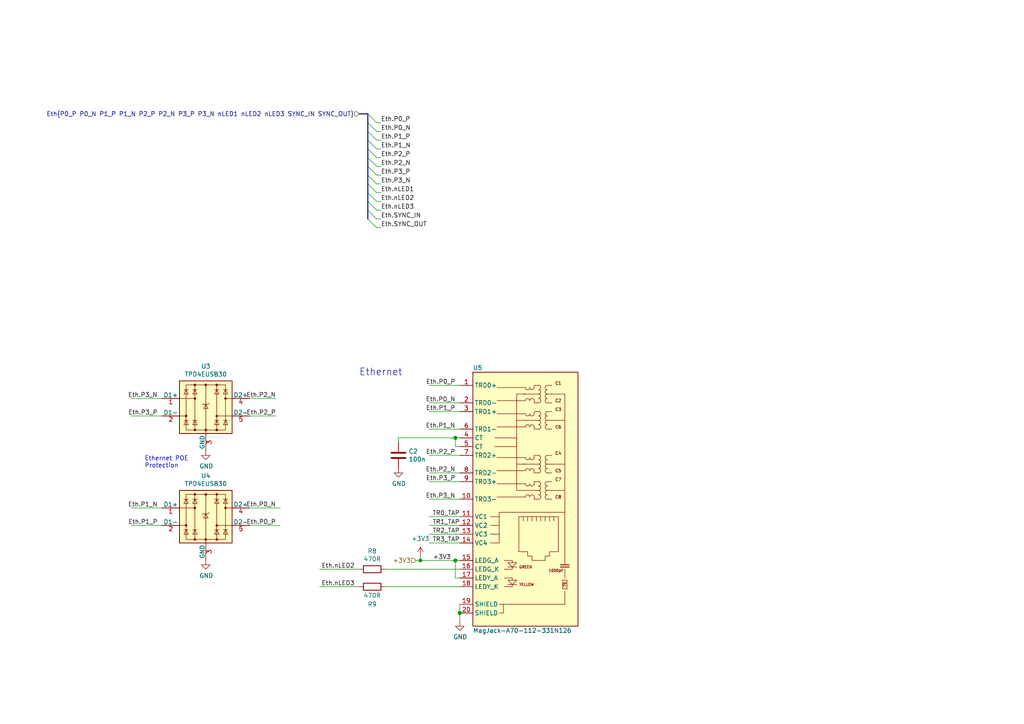
<source format=kicad_sch>
(kicad_sch (version 20211123) (generator eeschema)
  (paper "A4")
  (lib_symbols
    (symbol "CM4IO:MagJack-A70-112-331N126"
      (property "Reference" "U" (at 0 0 0))
      (property "Value" "MagJack-A70-112-331N126" (at 0 0 0))
      (symbol "MagJack-A70-112-331N126_0_1"
        (polyline (pts (xy 1.27 40.64) (xy -5.08 40.64) (xy -5.08 48.26) (xy -2.54 48.26) (xy -5.08 48.26)))
        (polyline (pts (xy 1.27 60.96) (xy -5.08 60.96) (xy -5.08 68.58) (xy -2.54 68.58) (xy -5.08 68.58)))
      )
      (symbol "MagJack-A70-112-331N126_1_1"
        (rectangle (start -17.78 1.27) (end 12.7 74.93) (stroke (width 0.254)) (fill (type background)))
        (arc (start -2.54 42.545) (mid -1.905 41.91) (end -1.27 42.545))
        (arc (start -2.54 50.165) (mid -1.905 49.53) (end -1.27 50.165))
        (arc (start -2.54 62.865) (mid -1.905 62.23) (end -1.27 62.865))
        (arc (start -2.54 70.485) (mid -1.905 69.85) (end -1.27 70.485))
        (arc (start -1.27 38.735) (mid -1.905 39.37) (end -2.54 38.735))
        (arc (start -1.27 42.545) (mid -0.635 41.91) (end 0 42.545))
        (arc (start -1.27 46.355) (mid -1.905 46.99) (end -2.54 46.355))
        (arc (start -1.27 50.165) (mid -0.635 49.53) (end 0 50.165))
        (arc (start -1.27 59.055) (mid -1.905 59.69) (end -2.54 59.055))
        (arc (start -1.27 62.865) (mid -0.635 62.23) (end 0 62.865))
        (arc (start -1.27 66.675) (mid -1.905 67.31) (end -2.54 66.675))
        (arc (start -1.27 70.485) (mid -0.635 69.85) (end 0 70.485))
        (polyline (pts (xy -12.7 27.94) (xy -10.16 27.94)))
        (polyline (pts (xy -12.7 30.48) (xy -10.16 30.48)))
        (polyline (pts (xy -12.7 33.02) (xy -10.16 33.02)))
        (polyline (pts (xy -10.16 33.02) (xy -10.16 34.29)))
        (polyline (pts (xy -5.08 13.335) (xy -7.62 13.335)))
        (polyline (pts (xy -5.08 18.415) (xy -7.62 18.415)))
        (polyline (pts (xy -5.08 48.26) (xy -5.08 60.96)))
        (polyline (pts (xy -3.175 31.75) (xy -3.175 33.02)))
        (polyline (pts (xy -3.175 48.26) (xy 1.27 48.26)))
        (polyline (pts (xy -3.175 68.58) (xy 1.27 68.58)))
        (polyline (pts (xy -2.54 38.735) (xy -10.795 38.735)))
        (polyline (pts (xy -2.54 42.545) (xy -10.795 42.545)))
        (polyline (pts (xy -2.54 46.355) (xy -10.795 46.355)))
        (polyline (pts (xy -2.54 50.165) (xy -10.795 50.165)))
        (polyline (pts (xy -2.54 59.055) (xy -10.795 59.055)))
        (polyline (pts (xy -2.54 62.865) (xy -10.795 62.865)))
        (polyline (pts (xy -2.54 66.675) (xy -10.795 66.675)))
        (polyline (pts (xy -2.54 70.485) (xy -10.795 70.485)))
        (polyline (pts (xy -1.905 33.02) (xy -1.905 31.75)))
        (polyline (pts (xy -0.635 33.02) (xy -0.635 31.75)))
        (polyline (pts (xy 0.635 33.02) (xy 0.635 31.75)))
        (polyline (pts (xy 1.905 33.02) (xy 1.905 31.75)))
        (polyline (pts (xy 3.175 33.02) (xy 3.175 31.75)))
        (polyline (pts (xy 3.81 38.1) (xy 5.08 38.1)))
        (polyline (pts (xy 3.81 40.64) (xy 5.08 40.64)))
        (polyline (pts (xy 3.81 43.18) (xy 5.08 43.18)))
        (polyline (pts (xy 3.81 45.72) (xy 5.08 45.72)))
        (polyline (pts (xy 3.81 48.26) (xy 5.08 48.26)))
        (polyline (pts (xy 3.81 50.8) (xy 5.08 50.8)))
        (polyline (pts (xy 3.81 58.42) (xy 5.08 58.42)))
        (polyline (pts (xy 3.81 60.96) (xy 5.08 60.96)))
        (polyline (pts (xy 3.81 63.5) (xy 5.08 63.5)))
        (polyline (pts (xy 3.81 66.04) (xy 5.08 66.04)))
        (polyline (pts (xy 3.81 68.58) (xy 5.08 68.58)))
        (polyline (pts (xy 3.81 71.12) (xy 5.08 71.12)))
        (polyline (pts (xy 4.445 31.75) (xy 4.445 33.02)))
        (polyline (pts (xy 5.08 40.64) (xy 8.89 40.64)))
        (polyline (pts (xy 5.08 48.26) (xy 8.89 48.26)))
        (polyline (pts (xy 5.08 60.96) (xy 8.89 60.96)))
        (polyline (pts (xy 5.715 31.75) (xy 5.715 33.02)))
        (polyline (pts (xy 7.62 18.415) (xy 10.16 18.415)) (stroke (width 0.254)))
        (polyline (pts (xy 7.62 19.05) (xy 10.16 19.05)) (stroke (width 0.254)))
        (polyline (pts (xy 8.89 15.24) (xy 8.89 17.78)))
        (polyline (pts (xy 8.89 19.05) (xy 8.89 34.29)))
        (polyline (pts (xy -10.16 33.02) (xy -10.16 25.4) (xy -12.7 25.4)))
        (polyline (pts (xy -8.636 12.7) (xy -6.35 12.7) (xy -6.35 13.335)))
        (polyline (pts (xy -8.636 15.24) (xy -6.35 15.24) (xy -6.35 14.605)))
        (polyline (pts (xy -8.636 20.32) (xy -6.35 20.32) (xy -6.35 19.685)))
        (polyline (pts (xy -6.35 18.415) (xy -6.35 17.78) (xy -8.636 17.78)))
        (polyline (pts (xy 0 38.735) (xy 0 38.1) (xy 1.27 38.1)))
        (polyline (pts (xy 0 46.355) (xy 0 45.72) (xy 1.27 45.72)))
        (polyline (pts (xy 0 59.055) (xy 0 58.42) (xy 1.27 58.42)))
        (polyline (pts (xy 0 66.675) (xy 0 66.04) (xy 1.27 66.04)))
        (polyline (pts (xy 1.27 43.18) (xy 0 43.18) (xy 0 42.545)))
        (polyline (pts (xy 1.27 50.8) (xy 0 50.8) (xy 0 50.165)))
        (polyline (pts (xy 1.27 63.5) (xy 0 63.5) (xy 0 62.865)))
        (polyline (pts (xy 1.27 71.12) (xy 0 71.12) (xy 0 70.485)))
        (polyline (pts (xy -11.43 53.34) (xy -5.08 53.34) (xy -5.08 55.88) (xy -11.43 55.88)))
        (polyline (pts (xy -10.16 34.29) (xy 8.89 34.29) (xy 8.89 68.58) (xy 5.08 68.58)))
        (polyline (pts (xy -7.62 19.685) (xy -5.08 19.685) (xy -6.35 18.415) (xy -7.62 19.685)))
        (polyline (pts (xy -5.08 14.605) (xy -7.62 14.605) (xy -6.35 13.335) (xy -5.08 14.605)))
        (polyline (pts (xy -10.16 5.08) (xy -8.89 5.08) (xy -8.89 7.62) (xy -10.16 7.62) (xy -8.89 7.62) (xy 8.89 7.62) (xy 8.89 11.43)))
        (polyline (pts (xy -4.445 33.02) (xy 6.985 33.02) (xy 6.985 22.86) (xy 4.445 22.86) (xy 4.445 21.59) (xy 3.175 21.59) (xy 3.175 20.32) (xy -0.635 20.32) (xy -0.635 21.59) (xy -1.905 21.59) (xy -1.905 22.86) (xy -4.445 22.86) (xy -4.445 33.02)))
        (arc (start 0 38.735) (mid -0.635 39.37) (end -1.27 38.735))
        (arc (start 0 46.355) (mid -0.635 46.99) (end -1.27 46.355))
        (arc (start 0 59.055) (mid -0.635 59.69) (end -1.27 59.055))
        (arc (start 0 66.675) (mid -0.635 67.31) (end -1.27 66.675))
        (arc (start 1.27 38.1) (mid 1.905 38.735) (end 1.27 39.37))
        (arc (start 1.27 39.37) (mid 1.905 40.005) (end 1.27 40.64))
        (arc (start 1.27 40.64) (mid 1.905 41.275) (end 1.27 41.91))
        (arc (start 1.27 41.91) (mid 1.905 42.545) (end 1.27 43.18))
        (arc (start 1.27 45.72) (mid 1.905 46.355) (end 1.27 46.99))
        (arc (start 1.27 46.99) (mid 1.905 47.625) (end 1.27 48.26))
        (arc (start 1.27 48.26) (mid 1.905 48.895) (end 1.27 49.53))
        (arc (start 1.27 49.53) (mid 1.905 50.165) (end 1.27 50.8))
        (arc (start 1.27 58.42) (mid 1.905 59.055) (end 1.27 59.69))
        (arc (start 1.27 59.69) (mid 1.905 60.325) (end 1.27 60.96))
        (arc (start 1.27 60.96) (mid 1.905 61.595) (end 1.27 62.23))
        (arc (start 1.27 62.23) (mid 1.905 62.865) (end 1.27 63.5))
        (arc (start 1.27 66.04) (mid 1.905 66.675) (end 1.27 67.31))
        (arc (start 1.27 67.31) (mid 1.905 67.945) (end 1.27 68.58))
        (arc (start 1.27 68.58) (mid 1.905 69.215) (end 1.27 69.85))
        (arc (start 1.27 69.85) (mid 1.905 70.485) (end 1.27 71.12))
        (arc (start 3.81 39.37) (mid 3.175 38.735) (end 3.81 38.1))
        (arc (start 3.81 40.64) (mid 3.175 40.005) (end 3.81 39.37))
        (arc (start 3.81 41.91) (mid 3.175 41.275) (end 3.81 40.64))
        (arc (start 3.81 43.18) (mid 3.175 42.545) (end 3.81 41.91))
        (arc (start 3.81 46.99) (mid 3.175 46.355) (end 3.81 45.72))
        (arc (start 3.81 48.26) (mid 3.175 47.625) (end 3.81 46.99))
        (arc (start 3.81 49.53) (mid 3.175 48.895) (end 3.81 48.26))
        (arc (start 3.81 50.8) (mid 3.175 50.165) (end 3.81 49.53))
        (arc (start 3.81 59.69) (mid 3.175 59.055) (end 3.81 58.42))
        (arc (start 3.81 60.96) (mid 3.175 60.325) (end 3.81 59.69))
        (arc (start 3.81 62.23) (mid 3.175 61.595) (end 3.81 60.96))
        (arc (start 3.81 63.5) (mid 3.175 62.865) (end 3.81 62.23))
        (arc (start 3.81 67.31) (mid 3.175 66.675) (end 3.81 66.04))
        (arc (start 3.81 68.58) (mid 3.175 67.945) (end 3.81 67.31))
        (arc (start 3.81 69.85) (mid 3.175 69.215) (end 3.81 68.58))
        (arc (start 3.81 71.12) (mid 3.175 70.485) (end 3.81 69.85))
        (rectangle (start 9.525 12.065) (end 8.255 14.605))
        (text "1000pF" (at 6.35 17.399 0) (effects (font (size 0.762 0.762))))
        (text "75" (at 8.89 13.335 900) (effects (font (size 0.762 0.762))))
        (text "C1" (at 6.985 71.755 0) (effects (font (size 0.889 0.889))))
        (text "C2" (at 6.985 66.675 0) (effects (font (size 0.889 0.889))))
        (text "C3" (at 6.985 64.135 0) (effects (font (size 0.889 0.889))))
        (text "C4" (at 6.985 51.435 0) (effects (font (size 0.889 0.889))))
        (text "C5" (at 6.985 46.355 0) (effects (font (size 0.889 0.889))))
        (text "C6" (at 6.985 59.055 0) (effects (font (size 0.889 0.889))))
        (text "C7" (at 6.985 43.815 0) (effects (font (size 0.889 0.889))))
        (text "C8" (at 6.985 38.735 0) (effects (font (size 0.889 0.889))))
        (text "GREEN" (at -4.445 18.415 0) (effects (font (size 0.762 0.762)) (justify left)))
        (text "YELLOW" (at -4.445 13.335 0) (effects (font (size 0.762 0.762)) (justify left)))
        (pin passive line (at -21.59 71.12 0) (length 3.81) (name "TRD0+") (number "1"))
        (pin passive line (at -21.59 38.1 0) (length 3.81) (name "TRD3-") (number "10"))
        (pin passive line (at -21.59 33.02 0) (length 3.81) (name "VC1") (number "11"))
        (pin passive line (at -21.59 30.48 0) (length 3.81) (name "VC2") (number "12"))
        (pin passive line (at -21.59 27.94 0) (length 3.81) (name "VC3") (number "13"))
        (pin passive line (at -21.59 25.4 0) (length 3.81) (name "VC4") (number "14"))
        (pin passive line (at -21.59 20.32 0) (length 3.81) (name "LEDG_A") (number "15"))
        (pin passive line (at -21.59 17.78 0) (length 3.81) (name "LEDG_K") (number "16"))
        (pin passive line (at -21.59 15.24 0) (length 3.81) (name "LEDY_A") (number "17"))
        (pin passive line (at -21.59 12.7 0) (length 3.81) (name "LEDY_K") (number "18"))
        (pin passive line (at -21.59 7.62 0) (length 3.81) (name "SHIELD") (number "19"))
        (pin passive line (at -21.59 66.04 0) (length 3.81) (name "TRD0-") (number "2"))
        (pin passive line (at -21.59 5.08 0) (length 3.81) (name "SHIELD") (number "20"))
        (pin passive line (at -21.59 63.5 0) (length 3.81) (name "TRD1+") (number "3"))
        (pin passive line (at -21.59 55.88 0) (length 3.81) (name "CT") (number "4"))
        (pin passive line (at -21.59 53.34 0) (length 3.81) (name "CT") (number "5"))
        (pin passive line (at -21.59 58.42 0) (length 3.81) (name "TRD1-") (number "6"))
        (pin passive line (at -21.59 50.8 0) (length 3.81) (name "TRD2+") (number "7"))
        (pin passive line (at -21.59 45.72 0) (length 3.81) (name "TRD2-") (number "8"))
        (pin passive line (at -21.59 43.18 0) (length 3.81) (name "TRD3+") (number "9"))
      )
    )
    (symbol "CM4IO:TPD4EUSB30" (pin_names (offset 0))
      (property "Reference" "U" (at -0.635 8.89 0))
      (property "Value" "TPD4EUSB30" (at 8.89 -10.16 0))
      (symbol "TPD4EUSB30_0_0"
        (rectangle (start -5.715 6.477) (end 5.715 -6.604))
        (polyline (pts (xy -3.175 -6.604) (xy -3.175 6.477)))
        (polyline (pts (xy 0 6.477) (xy 0 -6.604)))
        (polyline (pts (xy 3.175 6.477) (xy 3.175 -6.604)))
      )
      (symbol "TPD4EUSB30_0_1"
        (rectangle (start -7.62 7.62) (end 7.62 -7.62) (stroke (width 0.254)) (fill (type background)))
        (circle (center -5.715 -2.54) (radius 0.2794) (fill (type outline)))
        (circle (center -3.175 -6.604) (radius 0.2794) (fill (type outline)))
        (circle (center -3.175 2.54) (radius 0.2794) (fill (type outline)))
        (circle (center -3.175 6.477) (radius 0.2794) (fill (type outline)))
        (circle (center 0 -6.604) (radius 0.2794) (fill (type outline)))
        (polyline (pts (xy -7.747 2.54) (xy -3.175 2.54)))
        (polyline (pts (xy -7.62 -2.54) (xy -5.715 -2.54)))
        (polyline (pts (xy -5.08 -3.81) (xy -6.35 -3.81)))
        (polyline (pts (xy -5.08 5.08) (xy -6.35 5.08)))
        (polyline (pts (xy -2.54 -3.81) (xy -3.81 -3.81)))
        (polyline (pts (xy -2.54 5.08) (xy -3.81 5.08)))
        (polyline (pts (xy -0.635 0.889) (xy -1.016 0.635)))
        (polyline (pts (xy 0 -6.604) (xy 0 -7.62)))
        (polyline (pts (xy 0.635 0.889) (xy -0.635 0.889)))
        (polyline (pts (xy 0.635 0.889) (xy 1.016 1.143)))
        (polyline (pts (xy 3.81 -3.81) (xy 2.54 -3.81)))
        (polyline (pts (xy 3.81 5.08) (xy 2.54 5.08)))
        (polyline (pts (xy 6.35 -3.81) (xy 5.08 -3.81)))
        (polyline (pts (xy 6.35 5.08) (xy 5.08 5.08)))
        (polyline (pts (xy 7.62 -2.54) (xy 3.175 -2.54)))
        (polyline (pts (xy 7.62 2.54) (xy 5.715 2.54)))
        (polyline (pts (xy -5.08 -5.08) (xy -6.35 -5.08) (xy -5.715 -3.81) (xy -5.08 -5.08)))
        (polyline (pts (xy -5.08 3.81) (xy -6.35 3.81) (xy -5.715 5.08) (xy -5.08 3.81)))
        (polyline (pts (xy -2.54 -5.08) (xy -3.81 -5.08) (xy -3.175 -3.81) (xy -2.54 -5.08)))
        (polyline (pts (xy -2.54 3.81) (xy -3.81 3.81) (xy -3.175 5.08) (xy -2.54 3.81)))
        (polyline (pts (xy 0.635 -0.381) (xy -0.635 -0.381) (xy 0 0.889) (xy 0.635 -0.381)))
        (polyline (pts (xy 3.81 -5.08) (xy 2.54 -5.08) (xy 3.175 -3.81) (xy 3.81 -5.08)))
        (polyline (pts (xy 3.81 3.81) (xy 2.54 3.81) (xy 3.175 5.08) (xy 3.81 3.81)))
        (polyline (pts (xy 6.35 -5.08) (xy 5.08 -5.08) (xy 5.715 -3.81) (xy 6.35 -5.08)))
        (polyline (pts (xy 6.35 3.81) (xy 5.08 3.81) (xy 5.715 5.08) (xy 6.35 3.81)))
        (circle (center 0 6.477) (radius 0.2794) (fill (type outline)))
        (circle (center 3.175 -6.604) (radius 0.2794) (fill (type outline)))
        (circle (center 3.175 -2.54) (radius 0.2794) (fill (type outline)))
        (circle (center 3.175 6.477) (radius 0.2794) (fill (type outline)))
        (circle (center 5.715 2.54) (radius 0.2794) (fill (type outline)))
      )
      (symbol "TPD4EUSB30_1_1"
        (pin passive line (at -12.7 2.54 0) (length 5.08) (name "D1+") (number "1"))
        (pin passive line (at -12.7 2.54 0) (length 5.08) hide (name "~") (number "10"))
        (pin passive line (at -12.7 -2.54 0) (length 5.08) (name "D1-") (number "2"))
        (pin power_in line (at 0 -12.7 90) (length 5.08) (name "GND") (number "3"))
        (pin passive line (at 12.7 2.54 180) (length 5.08) (name "D2+") (number "4"))
        (pin passive line (at 12.7 -2.54 180) (length 5.08) (name "D2-") (number "5"))
        (pin passive line (at 12.7 -2.54 180) (length 5.08) hide (name "~") (number "6"))
        (pin passive line (at 12.7 2.54 180) (length 5.08) hide (name "~") (number "7"))
        (pin passive line (at 0 -12.7 90) (length 5.08) hide (name "GND") (number "8"))
        (pin passive line (at -12.7 -2.54 0) (length 5.08) hide (name "~") (number "9"))
      )
    )
    (symbol "Device:C" (pin_numbers hide) (pin_names (offset 0.254))
      (property "Reference" "C" (at 0.635 2.54 0))
      (property "Value" "C" (at 0.635 -2.54 0))
      (symbol "C_0_1"
        (polyline (pts (xy -2.032 -0.762) (xy 2.032 -0.762)) (stroke (width 0.508)))
        (polyline (pts (xy -2.032 0.762) (xy 2.032 0.762)) (stroke (width 0.508)))
      )
      (symbol "C_1_1"
        (pin passive line (at 0 3.81 270) (length 2.794) (name "~") (number "1"))
        (pin passive line (at 0 -3.81 90) (length 2.794) (name "~") (number "2"))
      )
    )
    (symbol "Device:R" (pin_numbers hide) (pin_names (offset 0))
      (property "Reference" "R" (at 2.032 0 90))
      (property "Value" "R" (at 0 0 90))
      (symbol "R_0_1"
        (rectangle (start -1.016 -2.54) (end 1.016 2.54) (stroke (width 0.254)))
      )
      (symbol "R_1_1"
        (pin passive line (at 0 3.81 270) (length 1.27) (name "~") (number "1"))
        (pin passive line (at 0 -3.81 90) (length 1.27) (name "~") (number "2"))
      )
    )
    (symbol "power:+3V3" (power) (pin_names (offset 0))
      (property "Value" "+3V3" (at 0 3.556 0))
      (symbol "+3V3_0_1"
        (polyline (pts (xy -0.762 1.27) (xy 0 2.54)))
        (polyline (pts (xy 0 0) (xy 0 2.54)))
        (polyline (pts (xy 0 2.54) (xy 0.762 1.27)))
      )
      (symbol "+3V3_1_1"
        (pin power_in line (at 0 0 90) (length 0) hide (name "+3V3") (number "1"))
      )
    )
    (symbol "power:GND" (power) (pin_names (offset 0))
      (property "Value" "GND" (at 0 -3.81 0))
      (symbol "GND_0_1"
        (polyline (pts (xy 0 0) (xy 0 -1.27) (xy 1.27 -1.27) (xy 0 -2.54) (xy -1.27 -1.27) (xy 0 -1.27)))
      )
      (symbol "GND_1_1"
        (pin power_in line (at 0 0 270) (length 0) hide (name "GND") (number "1"))
      )
    )
  )
  (junction (at 133.35 177.8) (diameter 1.016))
  (junction (at 132.08 127) (diameter 1.016))
  (junction (at 121.92 162.56))
  (junction (at 132.08 162.56) (diameter 1.016))
  (bus_entry (at 106.68 38.1) (size 2.54 2.54))
  (bus_entry (at 106.68 33.02) (size 2.54 2.54))
  (bus_entry (at 106.68 40.64) (size 2.54 2.54))
  (bus_entry (at 106.68 58.42) (size 2.54 2.54))
  (bus_entry (at 106.68 48.26) (size 2.54 2.54))
  (bus_entry (at 106.68 35.56) (size 2.54 2.54))
  (bus_entry (at 106.68 60.96) (size 2.54 2.54))
  (bus_entry (at 106.68 43.18) (size 2.54 2.54))
  (bus_entry (at 106.68 45.72) (size 2.54 2.54))
  (bus_entry (at 106.68 50.8) (size 2.54 2.54))
  (bus_entry (at 106.68 53.34) (size 2.54 2.54))
  (bus_entry (at 106.68 63.5) (size 2.54 2.54))
  (bus_entry (at 106.68 55.88) (size 2.54 2.54))
  (wire (pts (xy 124.46 139.7) (xy 133.35 139.7)))
  (wire (pts (xy 109.22 66.04) (xy 110.49 66.04)))
  (wire (pts (xy 124.46 154.94) (xy 133.35 154.94)))
  (bus (pts (xy 106.68 55.88) (xy 106.68 58.42)))
  (wire (pts (xy 124.46 137.16) (xy 133.35 137.16)))
  (wire (pts (xy 124.46 157.48) (xy 133.35 157.48)))
  (bus (pts (xy 106.68 45.72) (xy 106.68 48.26)))
  (bus (pts (xy 106.68 53.34) (xy 106.68 55.88)))
  (wire (pts (xy 92.71 170.18) (xy 104.14 170.18)))
  (wire (pts (xy 124.46 152.4) (xy 133.35 152.4)))
  (wire (pts (xy 133.35 177.8) (xy 133.35 180.34)))
  (wire (pts (xy 109.22 38.1) (xy 110.49 38.1)))
  (wire (pts (xy 133.35 175.26) (xy 133.35 177.8)))
  (wire (pts (xy 133.35 129.54) (xy 132.08 129.54)))
  (bus (pts (xy 106.68 58.42) (xy 106.68 60.96)))
  (wire (pts (xy 92.71 165.1) (xy 104.14 165.1)))
  (bus (pts (xy 106.68 40.64) (xy 106.68 43.18)))
  (bus (pts (xy 106.68 35.56) (xy 106.68 38.1)))
  (wire (pts (xy 124.46 124.46) (xy 133.35 124.46)))
  (wire (pts (xy 109.22 45.72) (xy 110.49 45.72)))
  (wire (pts (xy 124.46 119.38) (xy 133.35 119.38)))
  (wire (pts (xy 72.39 147.32) (xy 81.28 147.32)))
  (wire (pts (xy 132.08 167.64) (xy 132.08 162.56)))
  (wire (pts (xy 72.39 120.65) (xy 80.01 120.65)))
  (wire (pts (xy 38.1 115.57) (xy 46.99 115.57)))
  (wire (pts (xy 109.22 63.5) (xy 110.49 63.5)))
  (wire (pts (xy 132.08 129.54) (xy 132.08 127)))
  (wire (pts (xy 121.92 161.29) (xy 121.92 162.56)))
  (wire (pts (xy 124.46 149.86) (xy 133.35 149.86)))
  (bus (pts (xy 106.68 50.8) (xy 106.68 53.34)))
  (wire (pts (xy 109.22 58.42) (xy 110.49 58.42)))
  (wire (pts (xy 133.35 127) (xy 132.08 127)))
  (bus (pts (xy 106.68 38.1) (xy 106.68 40.64)))
  (wire (pts (xy 120.65 162.56) (xy 121.92 162.56)))
  (wire (pts (xy 111.76 165.1) (xy 133.35 165.1)))
  (wire (pts (xy 124.46 116.84) (xy 133.35 116.84)))
  (bus (pts (xy 106.68 60.96) (xy 106.68 63.5)))
  (wire (pts (xy 72.39 115.57) (xy 80.01 115.57)))
  (wire (pts (xy 133.35 167.64) (xy 132.08 167.64)))
  (wire (pts (xy 121.92 162.56) (xy 132.08 162.56)))
  (wire (pts (xy 115.57 127) (xy 132.08 127)))
  (wire (pts (xy 124.46 144.78) (xy 133.35 144.78)))
  (wire (pts (xy 109.22 35.56) (xy 110.49 35.56)))
  (wire (pts (xy 109.22 43.18) (xy 110.49 43.18)))
  (wire (pts (xy 109.22 55.88) (xy 110.49 55.88)))
  (bus (pts (xy 104.14 33.02) (xy 106.68 33.02)))
  (wire (pts (xy 38.1 147.32) (xy 46.99 147.32)))
  (wire (pts (xy 109.22 60.96) (xy 110.49 60.96)))
  (wire (pts (xy 46.99 152.4) (xy 38.1 152.4)))
  (wire (pts (xy 109.22 40.64) (xy 110.49 40.64)))
  (wire (pts (xy 38.1 120.65) (xy 46.99 120.65)))
  (bus (pts (xy 106.68 48.26) (xy 106.68 50.8)))
  (wire (pts (xy 109.22 53.34) (xy 110.49 53.34)))
  (wire (pts (xy 72.39 152.4) (xy 81.28 152.4)))
  (wire (pts (xy 124.46 132.08) (xy 133.35 132.08)))
  (wire (pts (xy 115.57 128.27) (xy 115.57 127)))
  (wire (pts (xy 109.22 50.8) (xy 110.49 50.8)))
  (bus (pts (xy 106.68 43.18) (xy 106.68 45.72)))
  (wire (pts (xy 132.08 162.56) (xy 133.35 162.56)))
  (wire (pts (xy 111.76 170.18) (xy 133.35 170.18)))
  (bus (pts (xy 106.68 33.02) (xy 106.68 35.56)))
  (wire (pts (xy 124.46 111.76) (xy 133.35 111.76)))
  (wire (pts (xy 109.22 48.26) (xy 110.49 48.26)))
  (text "Ethernet" (at 104.14 109.22 0) (effects (font (size 2.0066 2.0066)) (justify left bottom)))
  (text "Ethernet POE\nProtection" (at 41.91 135.89 0) (effects (font (size 1.27 1.27)) (justify left bottom)))
  (label "Eth.P0_N" (at 110.49 38.1 0))
  (label "Eth.SYNC_IN" (at 110.49 63.5 0))
  (label "Eth.P2_P" (at 110.49 45.72 0))
  (label "Eth.nLED3" (at 110.49 60.96 0))
  (label "Eth.P0_P" (at 132.08 111.76 180))
  (label "+3V3" (at 130.81 162.56 180))
  (label "TR1_TAP" (at 133.35 152.4 180))
  (label "Eth.SYNC_OUT" (at 110.49 66.04 0))
  (label "Eth.P1_N" (at 110.49 43.18 0))
  (label "TR3_TAP" (at 133.35 157.48 180))
  (label "Eth.P3_P" (at 45.72 120.65 180))
  (label "TR2_TAP" (at 133.35 154.94 180))
  (label "Eth.nLED3" (at 102.87 170.18 180))
  (label "Eth.P2_N" (at 80.01 115.57 180))
  (label "Eth.P0_N" (at 80.01 147.32 180))
  (label "Eth.P3_N" (at 45.72 115.57 180))
  (label "Eth.P0_N" (at 132.08 116.84 180))
  (label "Eth.P3_P" (at 132.08 139.7 180))
  (label "Eth.P2_N" (at 132.08 137.16 180))
  (label "TR0_TAP" (at 133.35 149.86 180))
  (label "Eth.P3_N" (at 110.49 53.34 0))
  (label "Eth.P0_P" (at 110.49 35.56 0))
  (label "Eth.P3_P" (at 110.49 50.8 0))
  (label "Eth.P1_N" (at 132.08 124.46 180))
  (label "Eth.nLED2" (at 110.49 58.42 0))
  (label "Eth.P1_P" (at 45.72 152.4 180))
  (label "Eth.P1_N" (at 45.72 147.32 180))
  (label "Eth.P1_P" (at 132.08 119.38 180))
  (label "Eth.P0_P" (at 80.01 152.4 180))
  (label "Eth.P3_N" (at 132.08 144.78 180))
  (label "Eth.P2_P" (at 132.08 132.08 180))
  (label "Eth.P1_P" (at 110.49 40.64 0))
  (label "Eth.nLED1" (at 110.49 55.88 0))
  (label "Eth.P2_P" (at 80.01 120.65 180))
  (label "Eth.P2_N" (at 110.49 48.26 0))
  (label "Eth.nLED2" (at 102.87 165.1 180))
  (hierarchical_label "Eth{P0_P P0_N P1_P P1_N P2_P P2_N P3_P P3_N nLED1 nLED2 nLED3 SYNC_IN SYNC_OUT}" (shape input) (at 104.14 33.02 0))
  (hierarchical_label "+3V3" (shape input) (at 120.65 162.56 180))
  (symbol (lib_id "power:GND") (at 115.57 135.89 0) (unit 1)
    (property "Reference" "#PWR0127" (effects hide))
    (property "Value" "GND" (at 115.697 140.2842 0))
  )
  (symbol (lib_id "Device:R") (at 107.95 165.1 270) (unit 1)
    (property "Reference" "R8" (at 107.95 159.8422 90))
    (property "Value" "470R" (at 107.95 162.1536 90))
    (property "Footprint" "Resistor_SMD:R_0402_1005Metric" (effects hide))
    (property "Datasheet" "https://fscdn.rohm.com/en/products/databook/datasheet/passive/resistor/chip_resistor/mcr-e.pdf" (effects hide))
    (property "Field4" "Farnell" (effects hide))
    (property "Field5" "9239197" (effects hide))
    (property "Field7" "KOA EUROPE GMBH" (effects hide))
    (property "Field6" "RK73G1ETQTP4700D         " (effects hide))
    (property "Field8" "120887981" (effects hide))
    (property "Part Description" "Resistor 470R M1005 1% 63mW" (effects hide))
  )
  (symbol (lib_id "power:GND") (at 59.69 130.81 0) (unit 1)
    (property "Reference" "#PWR0129" (effects hide))
    (property "Value" "GND" (at 59.817 135.2042 0))
  )
  (symbol (lib_id "power:GND") (at 133.35 180.34 0) (unit 1)
    (property "Reference" "#PWR0125" (effects hide))
    (property "Value" "GND" (at 133.477 184.7342 0))
  )
  (symbol (lib_id "CM4IO:MagJack-A70-112-331N126") (at 154.94 182.88 0) (unit 1)
    (property "Reference" "U5" (at 137.16 106.68 0) (effects (justify left)))
    (property "Value" "MagJack-A70-112-331N126" (at 137.16 182.88 0) (effects (justify left)))
    (property "Footprint" "CM4IO:TRJG0926HENL" (effects hide))
    (property "Datasheet" "https://p.globalsources.com/IMAGES/PDT/SPEC/690/K1160305690.pdf" (effects hide))
    (property "Field6" "TRJG0926HENL" (effects hide))
    (property "Field7" "Trxcon" (effects hide))
    (property "Field8" "UCON00900" (effects hide))
    (property "Part Description" "Gigabit Ethernet Magjack" (effects hide))
  )
  (symbol (lib_id "CM4IO:TPD4EUSB30") (at 59.69 118.11 0) (unit 1)
    (property "Reference" "U3" (at 59.69 106.2482 0))
    (property "Value" "TPD4EUSB30" (at 59.69 108.5596 0))
    (property "Footprint" "Package_SON:USON-10_2.5x1.0mm_P0.5mm" (effects hide))
    (property "Datasheet" "http://www.ti.com/lit/ds/symlink/tpd2eusb30a.pdf" (effects hide))
    (property "Field4" "Farnell" (effects hide))
    (property "Field5" "2335455" (effects hide))
    (property "Field6" "CDDFN10-3324P-13" (effects hide))
    (property "Field7" "Bourns" (effects hide))
    (property "Field8" "UDIO00346" (effects hide))
    (property "Part Description" "Quad TVS diode for high speed signals (USB3, GigE etc.)" (effects hide))
  )
  (symbol (lib_id "CM4IO:TPD4EUSB30") (at 59.69 149.86 0) (unit 1)
    (property "Reference" "U4" (at 59.69 137.9982 0))
    (property "Value" "TPD4EUSB30" (at 59.69 140.3096 0))
    (property "Footprint" "Package_SON:USON-10_2.5x1.0mm_P0.5mm" (effects hide))
    (property "Datasheet" "http://www.ti.com/lit/ds/symlink/tpd2eusb30a.pdf" (effects hide))
    (property "Field4" "Farnell" (effects hide))
    (property "Field5" "2335455" (effects hide))
    (property "Field6" "CDDFN10-3324P-13" (effects hide))
    (property "Field7" "Bourns" (effects hide))
    (property "Field8" "UDIO00346" (effects hide))
    (property "Part Description" "Quad TVS diode for high speed signals (USB3, GigE etc.)" (effects hide))
  )
  (symbol (lib_id "power:+3V3") (at 121.92 161.29 0) (unit 1)
    (property "Reference" "#PWR013" (effects hide))
    (property "Value" "+3V3" (at 121.92 156.21 0))
  )
  (symbol (lib_id "Device:R") (at 107.95 170.18 270) (unit 1)
    (property "Reference" "R9" (at 107.95 175.26 90))
    (property "Value" "470R" (at 107.95 172.72 90))
    (property "Footprint" "Resistor_SMD:R_0402_1005Metric" (effects hide))
    (property "Datasheet" "https://fscdn.rohm.com/en/products/databook/datasheet/passive/resistor/chip_resistor/mcr-e.pdf" (effects hide))
    (property "Field4" "Farnell" (effects hide))
    (property "Field5" "9239197" (effects hide))
    (property "Field7" "KOA EUROPE GMBH" (effects hide))
    (property "Field6" "RK73G1ETQTP4700D         " (effects hide))
    (property "Field8" "120887981" (effects hide))
    (property "Part Description" "Resistor 470R M1005 1% 63mW" (effects hide))
  )
  (symbol (lib_id "Device:C") (at 115.57 132.08 0) (unit 1)
    (property "Reference" "C2" (at 118.491 130.9116 0) (effects (justify left)))
    (property "Value" "100n" (at 118.491 133.223 0) (effects (justify left)))
    (property "Footprint" "Capacitor_SMD:C_0402_1005Metric" (effects hide))
    (property "Datasheet" "https://search.murata.co.jp/Ceramy/image/img/A01X/G101/ENG/GRM155R71C104KA88-01.pdf" (effects hide))
    (property "Field4" "Farnell" (effects hide))
    (property "Field5" "2611911" (effects hide))
    (property "Field6" "RM EMK105 B7104KV-F" (effects hide))
    (property "Field7" "TAIYO YUDEN EUROPE GMBH" (effects hide))
    (property "Part Description" "	0.1uF 10% 16V Ceramic Capacitor X7R 0402 (1005 Metric)" (effects hide))
    (property "Field8" "110091611" (effects hide))
  )
  (symbol (lib_id "power:GND") (at 59.69 162.56 0) (unit 1)
    (property "Reference" "#PWR0128" (effects hide))
    (property "Value" "GND" (at 59.817 166.9542 0))
  )
)
</source>
